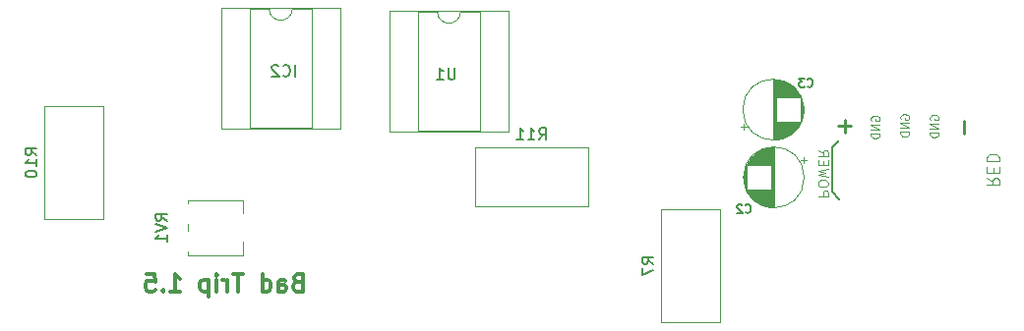
<source format=gbo>
G04 #@! TF.GenerationSoftware,KiCad,Pcbnew,5.1.6-c6e7f7d~86~ubuntu18.04.1*
G04 #@! TF.CreationDate,2020-07-10T20:36:52+01:00*
G04 #@! TF.ProjectId,acid-casualty-v2,61636964-2d63-4617-9375-616c74792d76,rev?*
G04 #@! TF.SameCoordinates,Original*
G04 #@! TF.FileFunction,Legend,Bot*
G04 #@! TF.FilePolarity,Positive*
%FSLAX46Y46*%
G04 Gerber Fmt 4.6, Leading zero omitted, Abs format (unit mm)*
G04 Created by KiCad (PCBNEW 5.1.6-c6e7f7d~86~ubuntu18.04.1) date 2020-07-10 20:36:52*
%MOMM*%
%LPD*%
G01*
G04 APERTURE LIST*
%ADD10C,0.300000*%
%ADD11C,0.120000*%
%ADD12C,0.152400*%
%ADD13C,0.150000*%
%ADD14C,0.091440*%
%ADD15C,0.228600*%
%ADD16C,0.114300*%
%ADD17C,0.071120*%
G04 APERTURE END LIST*
D10*
X135028000Y-114700857D02*
X134813714Y-114772285D01*
X134742285Y-114843714D01*
X134670857Y-114986571D01*
X134670857Y-115200857D01*
X134742285Y-115343714D01*
X134813714Y-115415142D01*
X134956571Y-115486571D01*
X135528000Y-115486571D01*
X135528000Y-113986571D01*
X135028000Y-113986571D01*
X134885142Y-114058000D01*
X134813714Y-114129428D01*
X134742285Y-114272285D01*
X134742285Y-114415142D01*
X134813714Y-114558000D01*
X134885142Y-114629428D01*
X135028000Y-114700857D01*
X135528000Y-114700857D01*
X133385142Y-115486571D02*
X133385142Y-114700857D01*
X133456571Y-114558000D01*
X133599428Y-114486571D01*
X133885142Y-114486571D01*
X134028000Y-114558000D01*
X133385142Y-115415142D02*
X133528000Y-115486571D01*
X133885142Y-115486571D01*
X134028000Y-115415142D01*
X134099428Y-115272285D01*
X134099428Y-115129428D01*
X134028000Y-114986571D01*
X133885142Y-114915142D01*
X133528000Y-114915142D01*
X133385142Y-114843714D01*
X132028000Y-115486571D02*
X132028000Y-113986571D01*
X132028000Y-115415142D02*
X132170857Y-115486571D01*
X132456571Y-115486571D01*
X132599428Y-115415142D01*
X132670857Y-115343714D01*
X132742285Y-115200857D01*
X132742285Y-114772285D01*
X132670857Y-114629428D01*
X132599428Y-114558000D01*
X132456571Y-114486571D01*
X132170857Y-114486571D01*
X132028000Y-114558000D01*
X130385142Y-113986571D02*
X129528000Y-113986571D01*
X129956571Y-115486571D02*
X129956571Y-113986571D01*
X129028000Y-115486571D02*
X129028000Y-114486571D01*
X129028000Y-114772285D02*
X128956571Y-114629428D01*
X128885142Y-114558000D01*
X128742285Y-114486571D01*
X128599428Y-114486571D01*
X128099428Y-115486571D02*
X128099428Y-114486571D01*
X128099428Y-113986571D02*
X128170857Y-114058000D01*
X128099428Y-114129428D01*
X128028000Y-114058000D01*
X128099428Y-113986571D01*
X128099428Y-114129428D01*
X127385142Y-114486571D02*
X127385142Y-115986571D01*
X127385142Y-114558000D02*
X127242285Y-114486571D01*
X126956571Y-114486571D01*
X126813714Y-114558000D01*
X126742285Y-114629428D01*
X126670857Y-114772285D01*
X126670857Y-115200857D01*
X126742285Y-115343714D01*
X126813714Y-115415142D01*
X126956571Y-115486571D01*
X127242285Y-115486571D01*
X127385142Y-115415142D01*
X124099428Y-115486571D02*
X124956571Y-115486571D01*
X124528000Y-115486571D02*
X124528000Y-113986571D01*
X124670857Y-114200857D01*
X124813714Y-114343714D01*
X124956571Y-114415142D01*
X123456571Y-115343714D02*
X123385142Y-115415142D01*
X123456571Y-115486571D01*
X123528000Y-115415142D01*
X123456571Y-115343714D01*
X123456571Y-115486571D01*
X122028000Y-113986571D02*
X122742285Y-113986571D01*
X122813714Y-114700857D01*
X122742285Y-114629428D01*
X122599428Y-114558000D01*
X122242285Y-114558000D01*
X122099428Y-114629428D01*
X122028000Y-114700857D01*
X121956571Y-114843714D01*
X121956571Y-115200857D01*
X122028000Y-115343714D01*
X122099428Y-115415142D01*
X122242285Y-115486571D01*
X122599428Y-115486571D01*
X122742285Y-115415142D01*
X122813714Y-115343714D01*
D11*
X125646000Y-112022000D02*
X125646000Y-112352000D01*
X125646000Y-107612000D02*
X125646000Y-107943000D01*
X125646000Y-109723000D02*
X125646000Y-110242000D01*
X130386000Y-107612000D02*
X130386000Y-108742000D01*
X130386000Y-111222000D02*
X130386000Y-112352000D01*
X125646000Y-107612000D02*
X130386000Y-107612000D01*
X125646000Y-112352000D02*
X130386000Y-112352000D01*
X166380000Y-108399000D02*
X166380000Y-118169000D01*
X171450000Y-108399000D02*
X171450000Y-118169000D01*
X166380000Y-108399000D02*
X171450000Y-108399000D01*
X166380000Y-118169000D02*
X171450000Y-118169000D01*
X149082000Y-91380000D02*
X150732000Y-91380000D01*
X150732000Y-91380000D02*
X150732000Y-101660000D01*
X150732000Y-101660000D02*
X145432000Y-101660000D01*
X145432000Y-101660000D02*
X145432000Y-91380000D01*
X145432000Y-91380000D02*
X147082000Y-91380000D01*
X153222000Y-91320000D02*
X153222000Y-101720000D01*
X153222000Y-101720000D02*
X142942000Y-101720000D01*
X142942000Y-101720000D02*
X142942000Y-91320000D01*
X142942000Y-91320000D02*
X153222000Y-91320000D01*
X147082000Y-91380000D02*
G75*
G03*
X149082000Y-91380000I1000000J0D01*
G01*
X134604000Y-91126000D02*
X136254000Y-91126000D01*
X136254000Y-91126000D02*
X136254000Y-101406000D01*
X136254000Y-101406000D02*
X130954000Y-101406000D01*
X130954000Y-101406000D02*
X130954000Y-91126000D01*
X130954000Y-91126000D02*
X132604000Y-91126000D01*
X138744000Y-91066000D02*
X138744000Y-101466000D01*
X138744000Y-101466000D02*
X128464000Y-101466000D01*
X128464000Y-101466000D02*
X128464000Y-91066000D01*
X128464000Y-91066000D02*
X138744000Y-91066000D01*
X132604000Y-91126000D02*
G75*
G03*
X134604000Y-91126000I1000000J0D01*
G01*
X160079000Y-103104000D02*
X150309000Y-103104000D01*
X160079000Y-108174000D02*
X150309000Y-108174000D01*
X160079000Y-103104000D02*
X160079000Y-108174000D01*
X150309000Y-103104000D02*
X150309000Y-108174000D01*
X113294000Y-99509000D02*
X113294000Y-109279000D01*
X118364000Y-99509000D02*
X118364000Y-109279000D01*
X113294000Y-99509000D02*
X118364000Y-99509000D01*
X113294000Y-109279000D02*
X118364000Y-109279000D01*
X178622000Y-99822000D02*
G75*
G03*
X178622000Y-99822000I-2620000J0D01*
G01*
X176002000Y-102402000D02*
X176002000Y-97242000D01*
X176042000Y-102402000D02*
X176042000Y-97242000D01*
X176082000Y-102401000D02*
X176082000Y-97243000D01*
X176122000Y-102400000D02*
X176122000Y-97244000D01*
X176162000Y-102398000D02*
X176162000Y-97246000D01*
X176202000Y-102395000D02*
X176202000Y-97249000D01*
X176242000Y-102391000D02*
X176242000Y-100862000D01*
X176242000Y-98782000D02*
X176242000Y-97253000D01*
X176282000Y-102387000D02*
X176282000Y-100862000D01*
X176282000Y-98782000D02*
X176282000Y-97257000D01*
X176322000Y-102383000D02*
X176322000Y-100862000D01*
X176322000Y-98782000D02*
X176322000Y-97261000D01*
X176362000Y-102378000D02*
X176362000Y-100862000D01*
X176362000Y-98782000D02*
X176362000Y-97266000D01*
X176402000Y-102372000D02*
X176402000Y-100862000D01*
X176402000Y-98782000D02*
X176402000Y-97272000D01*
X176442000Y-102365000D02*
X176442000Y-100862000D01*
X176442000Y-98782000D02*
X176442000Y-97279000D01*
X176482000Y-102358000D02*
X176482000Y-100862000D01*
X176482000Y-98782000D02*
X176482000Y-97286000D01*
X176522000Y-102350000D02*
X176522000Y-100862000D01*
X176522000Y-98782000D02*
X176522000Y-97294000D01*
X176562000Y-102342000D02*
X176562000Y-100862000D01*
X176562000Y-98782000D02*
X176562000Y-97302000D01*
X176602000Y-102333000D02*
X176602000Y-100862000D01*
X176602000Y-98782000D02*
X176602000Y-97311000D01*
X176642000Y-102323000D02*
X176642000Y-100862000D01*
X176642000Y-98782000D02*
X176642000Y-97321000D01*
X176682000Y-102313000D02*
X176682000Y-100862000D01*
X176682000Y-98782000D02*
X176682000Y-97331000D01*
X176723000Y-102302000D02*
X176723000Y-100862000D01*
X176723000Y-98782000D02*
X176723000Y-97342000D01*
X176763000Y-102290000D02*
X176763000Y-100862000D01*
X176763000Y-98782000D02*
X176763000Y-97354000D01*
X176803000Y-102277000D02*
X176803000Y-100862000D01*
X176803000Y-98782000D02*
X176803000Y-97367000D01*
X176843000Y-102264000D02*
X176843000Y-100862000D01*
X176843000Y-98782000D02*
X176843000Y-97380000D01*
X176883000Y-102250000D02*
X176883000Y-100862000D01*
X176883000Y-98782000D02*
X176883000Y-97394000D01*
X176923000Y-102236000D02*
X176923000Y-100862000D01*
X176923000Y-98782000D02*
X176923000Y-97408000D01*
X176963000Y-102220000D02*
X176963000Y-100862000D01*
X176963000Y-98782000D02*
X176963000Y-97424000D01*
X177003000Y-102204000D02*
X177003000Y-100862000D01*
X177003000Y-98782000D02*
X177003000Y-97440000D01*
X177043000Y-102187000D02*
X177043000Y-100862000D01*
X177043000Y-98782000D02*
X177043000Y-97457000D01*
X177083000Y-102170000D02*
X177083000Y-100862000D01*
X177083000Y-98782000D02*
X177083000Y-97474000D01*
X177123000Y-102151000D02*
X177123000Y-100862000D01*
X177123000Y-98782000D02*
X177123000Y-97493000D01*
X177163000Y-102132000D02*
X177163000Y-100862000D01*
X177163000Y-98782000D02*
X177163000Y-97512000D01*
X177203000Y-102112000D02*
X177203000Y-100862000D01*
X177203000Y-98782000D02*
X177203000Y-97532000D01*
X177243000Y-102090000D02*
X177243000Y-100862000D01*
X177243000Y-98782000D02*
X177243000Y-97554000D01*
X177283000Y-102069000D02*
X177283000Y-100862000D01*
X177283000Y-98782000D02*
X177283000Y-97575000D01*
X177323000Y-102046000D02*
X177323000Y-100862000D01*
X177323000Y-98782000D02*
X177323000Y-97598000D01*
X177363000Y-102022000D02*
X177363000Y-100862000D01*
X177363000Y-98782000D02*
X177363000Y-97622000D01*
X177403000Y-101997000D02*
X177403000Y-100862000D01*
X177403000Y-98782000D02*
X177403000Y-97647000D01*
X177443000Y-101971000D02*
X177443000Y-100862000D01*
X177443000Y-98782000D02*
X177443000Y-97673000D01*
X177483000Y-101944000D02*
X177483000Y-100862000D01*
X177483000Y-98782000D02*
X177483000Y-97700000D01*
X177523000Y-101917000D02*
X177523000Y-100862000D01*
X177523000Y-98782000D02*
X177523000Y-97727000D01*
X177563000Y-101887000D02*
X177563000Y-100862000D01*
X177563000Y-98782000D02*
X177563000Y-97757000D01*
X177603000Y-101857000D02*
X177603000Y-100862000D01*
X177603000Y-98782000D02*
X177603000Y-97787000D01*
X177643000Y-101826000D02*
X177643000Y-100862000D01*
X177643000Y-98782000D02*
X177643000Y-97818000D01*
X177683000Y-101793000D02*
X177683000Y-100862000D01*
X177683000Y-98782000D02*
X177683000Y-97851000D01*
X177723000Y-101759000D02*
X177723000Y-100862000D01*
X177723000Y-98782000D02*
X177723000Y-97885000D01*
X177763000Y-101723000D02*
X177763000Y-100862000D01*
X177763000Y-98782000D02*
X177763000Y-97921000D01*
X177803000Y-101686000D02*
X177803000Y-100862000D01*
X177803000Y-98782000D02*
X177803000Y-97958000D01*
X177843000Y-101648000D02*
X177843000Y-100862000D01*
X177843000Y-98782000D02*
X177843000Y-97996000D01*
X177883000Y-101607000D02*
X177883000Y-100862000D01*
X177883000Y-98782000D02*
X177883000Y-98037000D01*
X177923000Y-101565000D02*
X177923000Y-100862000D01*
X177923000Y-98782000D02*
X177923000Y-98079000D01*
X177963000Y-101521000D02*
X177963000Y-100862000D01*
X177963000Y-98782000D02*
X177963000Y-98123000D01*
X178003000Y-101475000D02*
X178003000Y-100862000D01*
X178003000Y-98782000D02*
X178003000Y-98169000D01*
X178043000Y-101427000D02*
X178043000Y-100862000D01*
X178043000Y-98782000D02*
X178043000Y-98217000D01*
X178083000Y-101376000D02*
X178083000Y-100862000D01*
X178083000Y-98782000D02*
X178083000Y-98268000D01*
X178123000Y-101322000D02*
X178123000Y-100862000D01*
X178123000Y-98782000D02*
X178123000Y-98322000D01*
X178163000Y-101265000D02*
X178163000Y-100862000D01*
X178163000Y-98782000D02*
X178163000Y-98379000D01*
X178203000Y-101205000D02*
X178203000Y-100862000D01*
X178203000Y-98782000D02*
X178203000Y-98439000D01*
X178243000Y-101141000D02*
X178243000Y-100862000D01*
X178243000Y-98782000D02*
X178243000Y-98503000D01*
X178283000Y-101073000D02*
X178283000Y-100862000D01*
X178283000Y-98782000D02*
X178283000Y-98571000D01*
X178323000Y-101000000D02*
X178323000Y-98644000D01*
X178363000Y-100920000D02*
X178363000Y-98724000D01*
X178403000Y-100833000D02*
X178403000Y-98811000D01*
X178443000Y-100737000D02*
X178443000Y-98907000D01*
X178483000Y-100627000D02*
X178483000Y-99017000D01*
X178523000Y-100499000D02*
X178523000Y-99145000D01*
X178563000Y-100340000D02*
X178563000Y-99304000D01*
X178603000Y-100106000D02*
X178603000Y-99538000D01*
X173197225Y-101297000D02*
X173697225Y-101297000D01*
X173447225Y-101547000D02*
X173447225Y-101047000D01*
X178662000Y-105664000D02*
G75*
G03*
X178662000Y-105664000I-2620000J0D01*
G01*
X176042000Y-103084000D02*
X176042000Y-108244000D01*
X176002000Y-103084000D02*
X176002000Y-108244000D01*
X175962000Y-103085000D02*
X175962000Y-108243000D01*
X175922000Y-103086000D02*
X175922000Y-108242000D01*
X175882000Y-103088000D02*
X175882000Y-108240000D01*
X175842000Y-103091000D02*
X175842000Y-108237000D01*
X175802000Y-103095000D02*
X175802000Y-104624000D01*
X175802000Y-106704000D02*
X175802000Y-108233000D01*
X175762000Y-103099000D02*
X175762000Y-104624000D01*
X175762000Y-106704000D02*
X175762000Y-108229000D01*
X175722000Y-103103000D02*
X175722000Y-104624000D01*
X175722000Y-106704000D02*
X175722000Y-108225000D01*
X175682000Y-103108000D02*
X175682000Y-104624000D01*
X175682000Y-106704000D02*
X175682000Y-108220000D01*
X175642000Y-103114000D02*
X175642000Y-104624000D01*
X175642000Y-106704000D02*
X175642000Y-108214000D01*
X175602000Y-103121000D02*
X175602000Y-104624000D01*
X175602000Y-106704000D02*
X175602000Y-108207000D01*
X175562000Y-103128000D02*
X175562000Y-104624000D01*
X175562000Y-106704000D02*
X175562000Y-108200000D01*
X175522000Y-103136000D02*
X175522000Y-104624000D01*
X175522000Y-106704000D02*
X175522000Y-108192000D01*
X175482000Y-103144000D02*
X175482000Y-104624000D01*
X175482000Y-106704000D02*
X175482000Y-108184000D01*
X175442000Y-103153000D02*
X175442000Y-104624000D01*
X175442000Y-106704000D02*
X175442000Y-108175000D01*
X175402000Y-103163000D02*
X175402000Y-104624000D01*
X175402000Y-106704000D02*
X175402000Y-108165000D01*
X175362000Y-103173000D02*
X175362000Y-104624000D01*
X175362000Y-106704000D02*
X175362000Y-108155000D01*
X175321000Y-103184000D02*
X175321000Y-104624000D01*
X175321000Y-106704000D02*
X175321000Y-108144000D01*
X175281000Y-103196000D02*
X175281000Y-104624000D01*
X175281000Y-106704000D02*
X175281000Y-108132000D01*
X175241000Y-103209000D02*
X175241000Y-104624000D01*
X175241000Y-106704000D02*
X175241000Y-108119000D01*
X175201000Y-103222000D02*
X175201000Y-104624000D01*
X175201000Y-106704000D02*
X175201000Y-108106000D01*
X175161000Y-103236000D02*
X175161000Y-104624000D01*
X175161000Y-106704000D02*
X175161000Y-108092000D01*
X175121000Y-103250000D02*
X175121000Y-104624000D01*
X175121000Y-106704000D02*
X175121000Y-108078000D01*
X175081000Y-103266000D02*
X175081000Y-104624000D01*
X175081000Y-106704000D02*
X175081000Y-108062000D01*
X175041000Y-103282000D02*
X175041000Y-104624000D01*
X175041000Y-106704000D02*
X175041000Y-108046000D01*
X175001000Y-103299000D02*
X175001000Y-104624000D01*
X175001000Y-106704000D02*
X175001000Y-108029000D01*
X174961000Y-103316000D02*
X174961000Y-104624000D01*
X174961000Y-106704000D02*
X174961000Y-108012000D01*
X174921000Y-103335000D02*
X174921000Y-104624000D01*
X174921000Y-106704000D02*
X174921000Y-107993000D01*
X174881000Y-103354000D02*
X174881000Y-104624000D01*
X174881000Y-106704000D02*
X174881000Y-107974000D01*
X174841000Y-103374000D02*
X174841000Y-104624000D01*
X174841000Y-106704000D02*
X174841000Y-107954000D01*
X174801000Y-103396000D02*
X174801000Y-104624000D01*
X174801000Y-106704000D02*
X174801000Y-107932000D01*
X174761000Y-103417000D02*
X174761000Y-104624000D01*
X174761000Y-106704000D02*
X174761000Y-107911000D01*
X174721000Y-103440000D02*
X174721000Y-104624000D01*
X174721000Y-106704000D02*
X174721000Y-107888000D01*
X174681000Y-103464000D02*
X174681000Y-104624000D01*
X174681000Y-106704000D02*
X174681000Y-107864000D01*
X174641000Y-103489000D02*
X174641000Y-104624000D01*
X174641000Y-106704000D02*
X174641000Y-107839000D01*
X174601000Y-103515000D02*
X174601000Y-104624000D01*
X174601000Y-106704000D02*
X174601000Y-107813000D01*
X174561000Y-103542000D02*
X174561000Y-104624000D01*
X174561000Y-106704000D02*
X174561000Y-107786000D01*
X174521000Y-103569000D02*
X174521000Y-104624000D01*
X174521000Y-106704000D02*
X174521000Y-107759000D01*
X174481000Y-103599000D02*
X174481000Y-104624000D01*
X174481000Y-106704000D02*
X174481000Y-107729000D01*
X174441000Y-103629000D02*
X174441000Y-104624000D01*
X174441000Y-106704000D02*
X174441000Y-107699000D01*
X174401000Y-103660000D02*
X174401000Y-104624000D01*
X174401000Y-106704000D02*
X174401000Y-107668000D01*
X174361000Y-103693000D02*
X174361000Y-104624000D01*
X174361000Y-106704000D02*
X174361000Y-107635000D01*
X174321000Y-103727000D02*
X174321000Y-104624000D01*
X174321000Y-106704000D02*
X174321000Y-107601000D01*
X174281000Y-103763000D02*
X174281000Y-104624000D01*
X174281000Y-106704000D02*
X174281000Y-107565000D01*
X174241000Y-103800000D02*
X174241000Y-104624000D01*
X174241000Y-106704000D02*
X174241000Y-107528000D01*
X174201000Y-103838000D02*
X174201000Y-104624000D01*
X174201000Y-106704000D02*
X174201000Y-107490000D01*
X174161000Y-103879000D02*
X174161000Y-104624000D01*
X174161000Y-106704000D02*
X174161000Y-107449000D01*
X174121000Y-103921000D02*
X174121000Y-104624000D01*
X174121000Y-106704000D02*
X174121000Y-107407000D01*
X174081000Y-103965000D02*
X174081000Y-104624000D01*
X174081000Y-106704000D02*
X174081000Y-107363000D01*
X174041000Y-104011000D02*
X174041000Y-104624000D01*
X174041000Y-106704000D02*
X174041000Y-107317000D01*
X174001000Y-104059000D02*
X174001000Y-104624000D01*
X174001000Y-106704000D02*
X174001000Y-107269000D01*
X173961000Y-104110000D02*
X173961000Y-104624000D01*
X173961000Y-106704000D02*
X173961000Y-107218000D01*
X173921000Y-104164000D02*
X173921000Y-104624000D01*
X173921000Y-106704000D02*
X173921000Y-107164000D01*
X173881000Y-104221000D02*
X173881000Y-104624000D01*
X173881000Y-106704000D02*
X173881000Y-107107000D01*
X173841000Y-104281000D02*
X173841000Y-104624000D01*
X173841000Y-106704000D02*
X173841000Y-107047000D01*
X173801000Y-104345000D02*
X173801000Y-104624000D01*
X173801000Y-106704000D02*
X173801000Y-106983000D01*
X173761000Y-104413000D02*
X173761000Y-104624000D01*
X173761000Y-106704000D02*
X173761000Y-106915000D01*
X173721000Y-104486000D02*
X173721000Y-106842000D01*
X173681000Y-104566000D02*
X173681000Y-106762000D01*
X173641000Y-104653000D02*
X173641000Y-106675000D01*
X173601000Y-104749000D02*
X173601000Y-106579000D01*
X173561000Y-104859000D02*
X173561000Y-106469000D01*
X173521000Y-104987000D02*
X173521000Y-106341000D01*
X173481000Y-105146000D02*
X173481000Y-106182000D01*
X173441000Y-105380000D02*
X173441000Y-105948000D01*
X178846775Y-104189000D02*
X178346775Y-104189000D01*
X178596775Y-103939000D02*
X178596775Y-104439000D01*
D12*
X181051000Y-103094000D02*
X181051000Y-106904000D01*
X181686000Y-102459000D02*
X181051000Y-103094000D01*
X181051000Y-106904000D02*
X181686000Y-107539000D01*
D13*
X123818380Y-109386761D02*
X123342190Y-109053428D01*
X123818380Y-108815333D02*
X122818380Y-108815333D01*
X122818380Y-109196285D01*
X122866000Y-109291523D01*
X122913619Y-109339142D01*
X123008857Y-109386761D01*
X123151714Y-109386761D01*
X123246952Y-109339142D01*
X123294571Y-109291523D01*
X123342190Y-109196285D01*
X123342190Y-108815333D01*
X122818380Y-109672476D02*
X123818380Y-110005809D01*
X122818380Y-110339142D01*
X123818380Y-111196285D02*
X123818380Y-110624857D01*
X123818380Y-110910571D02*
X122818380Y-110910571D01*
X122961238Y-110815333D01*
X123056476Y-110720095D01*
X123104095Y-110624857D01*
X165702380Y-113117333D02*
X165226190Y-112784000D01*
X165702380Y-112545904D02*
X164702380Y-112545904D01*
X164702380Y-112926857D01*
X164750000Y-113022095D01*
X164797619Y-113069714D01*
X164892857Y-113117333D01*
X165035714Y-113117333D01*
X165130952Y-113069714D01*
X165178571Y-113022095D01*
X165226190Y-112926857D01*
X165226190Y-112545904D01*
X164702380Y-113450666D02*
X164702380Y-114117333D01*
X165702380Y-113688761D01*
X148589904Y-96226380D02*
X148589904Y-97035904D01*
X148542285Y-97131142D01*
X148494666Y-97178761D01*
X148399428Y-97226380D01*
X148208952Y-97226380D01*
X148113714Y-97178761D01*
X148066095Y-97131142D01*
X148018476Y-97035904D01*
X148018476Y-96226380D01*
X147018476Y-97226380D02*
X147589904Y-97226380D01*
X147304190Y-97226380D02*
X147304190Y-96226380D01*
X147399428Y-96369238D01*
X147494666Y-96464476D01*
X147589904Y-96512095D01*
X134834190Y-96972380D02*
X134834190Y-95972380D01*
X133786571Y-96877142D02*
X133834190Y-96924761D01*
X133977047Y-96972380D01*
X134072285Y-96972380D01*
X134215142Y-96924761D01*
X134310380Y-96829523D01*
X134358000Y-96734285D01*
X134405619Y-96543809D01*
X134405619Y-96400952D01*
X134358000Y-96210476D01*
X134310380Y-96115238D01*
X134215142Y-96020000D01*
X134072285Y-95972380D01*
X133977047Y-95972380D01*
X133834190Y-96020000D01*
X133786571Y-96067619D01*
X133405619Y-96067619D02*
X133358000Y-96020000D01*
X133262761Y-95972380D01*
X133024666Y-95972380D01*
X132929428Y-96020000D01*
X132881809Y-96067619D01*
X132834190Y-96162857D01*
X132834190Y-96258095D01*
X132881809Y-96400952D01*
X133453238Y-96972380D01*
X132834190Y-96972380D01*
X155836857Y-102426380D02*
X156170190Y-101950190D01*
X156408285Y-102426380D02*
X156408285Y-101426380D01*
X156027333Y-101426380D01*
X155932095Y-101474000D01*
X155884476Y-101521619D01*
X155836857Y-101616857D01*
X155836857Y-101759714D01*
X155884476Y-101854952D01*
X155932095Y-101902571D01*
X156027333Y-101950190D01*
X156408285Y-101950190D01*
X154884476Y-102426380D02*
X155455904Y-102426380D01*
X155170190Y-102426380D02*
X155170190Y-101426380D01*
X155265428Y-101569238D01*
X155360666Y-101664476D01*
X155455904Y-101712095D01*
X153932095Y-102426380D02*
X154503523Y-102426380D01*
X154217809Y-102426380D02*
X154217809Y-101426380D01*
X154313047Y-101569238D01*
X154408285Y-101664476D01*
X154503523Y-101712095D01*
X112616380Y-103751142D02*
X112140190Y-103417809D01*
X112616380Y-103179714D02*
X111616380Y-103179714D01*
X111616380Y-103560666D01*
X111664000Y-103655904D01*
X111711619Y-103703523D01*
X111806857Y-103751142D01*
X111949714Y-103751142D01*
X112044952Y-103703523D01*
X112092571Y-103655904D01*
X112140190Y-103560666D01*
X112140190Y-103179714D01*
X112616380Y-104703523D02*
X112616380Y-104132095D01*
X112616380Y-104417809D02*
X111616380Y-104417809D01*
X111759238Y-104322571D01*
X111854476Y-104227333D01*
X111902095Y-104132095D01*
X111616380Y-105322571D02*
X111616380Y-105417809D01*
X111664000Y-105513047D01*
X111711619Y-105560666D01*
X111806857Y-105608285D01*
X111997333Y-105655904D01*
X112235428Y-105655904D01*
X112425904Y-105608285D01*
X112521142Y-105560666D01*
X112568761Y-105513047D01*
X112616380Y-105417809D01*
X112616380Y-105322571D01*
X112568761Y-105227333D01*
X112521142Y-105179714D01*
X112425904Y-105132095D01*
X112235428Y-105084476D01*
X111997333Y-105084476D01*
X111806857Y-105132095D01*
X111711619Y-105179714D01*
X111664000Y-105227333D01*
X111616380Y-105322571D01*
X178941000Y-97803857D02*
X178976714Y-97839571D01*
X179083857Y-97875285D01*
X179155285Y-97875285D01*
X179262428Y-97839571D01*
X179333857Y-97768142D01*
X179369571Y-97696714D01*
X179405285Y-97553857D01*
X179405285Y-97446714D01*
X179369571Y-97303857D01*
X179333857Y-97232428D01*
X179262428Y-97161000D01*
X179155285Y-97125285D01*
X179083857Y-97125285D01*
X178976714Y-97161000D01*
X178941000Y-97196714D01*
X178691000Y-97125285D02*
X178226714Y-97125285D01*
X178476714Y-97411000D01*
X178369571Y-97411000D01*
X178298142Y-97446714D01*
X178262428Y-97482428D01*
X178226714Y-97553857D01*
X178226714Y-97732428D01*
X178262428Y-97803857D01*
X178298142Y-97839571D01*
X178369571Y-97875285D01*
X178583857Y-97875285D01*
X178655285Y-97839571D01*
X178691000Y-97803857D01*
X173607000Y-108671857D02*
X173642714Y-108707571D01*
X173749857Y-108743285D01*
X173821285Y-108743285D01*
X173928428Y-108707571D01*
X173999857Y-108636142D01*
X174035571Y-108564714D01*
X174071285Y-108421857D01*
X174071285Y-108314714D01*
X174035571Y-108171857D01*
X173999857Y-108100428D01*
X173928428Y-108029000D01*
X173821285Y-107993285D01*
X173749857Y-107993285D01*
X173642714Y-108029000D01*
X173607000Y-108064714D01*
X173321285Y-108064714D02*
X173285571Y-108029000D01*
X173214142Y-107993285D01*
X173035571Y-107993285D01*
X172964142Y-108029000D01*
X172928428Y-108064714D01*
X172892714Y-108136142D01*
X172892714Y-108207571D01*
X172928428Y-108314714D01*
X173357000Y-108743285D01*
X172892714Y-108743285D01*
D14*
X194361707Y-105712550D02*
X194878778Y-106074500D01*
X194361707Y-106333036D02*
X195447557Y-106333036D01*
X195447557Y-105919378D01*
X195395850Y-105815964D01*
X195344142Y-105764257D01*
X195240728Y-105712550D01*
X195085607Y-105712550D01*
X194982192Y-105764257D01*
X194930485Y-105815964D01*
X194878778Y-105919378D01*
X194878778Y-106333036D01*
X194930485Y-105247186D02*
X194930485Y-104885236D01*
X194361707Y-104730114D02*
X194361707Y-105247186D01*
X195447557Y-105247186D01*
X195447557Y-104730114D01*
X194361707Y-104264750D02*
X195447557Y-104264750D01*
X195447557Y-104006214D01*
X195395850Y-103851093D01*
X195292435Y-103747678D01*
X195189021Y-103695971D01*
X194982192Y-103644264D01*
X194827071Y-103644264D01*
X194620242Y-103695971D01*
X194516828Y-103747678D01*
X194413414Y-103851093D01*
X194361707Y-104006214D01*
X194361707Y-104264750D01*
D15*
X192419514Y-100765610D02*
X192419514Y-101868695D01*
X182698390Y-101233514D02*
X181595304Y-101233514D01*
X182146847Y-101785057D02*
X182146847Y-100681971D01*
D16*
X184442100Y-100757358D02*
X184407628Y-100688415D01*
X184407628Y-100585001D01*
X184442100Y-100481587D01*
X184511042Y-100412644D01*
X184579985Y-100378172D01*
X184717871Y-100343701D01*
X184821285Y-100343701D01*
X184959171Y-100378172D01*
X185028114Y-100412644D01*
X185097057Y-100481587D01*
X185131528Y-100585001D01*
X185131528Y-100653944D01*
X185097057Y-100757358D01*
X185062585Y-100791829D01*
X184821285Y-100791829D01*
X184821285Y-100653944D01*
X185131528Y-101102072D02*
X184407628Y-101102072D01*
X185131528Y-101515729D01*
X184407628Y-101515729D01*
X185131528Y-101860444D02*
X184407628Y-101860444D01*
X184407628Y-102032801D01*
X184442100Y-102136215D01*
X184511042Y-102205158D01*
X184579985Y-102239629D01*
X184717871Y-102274101D01*
X184821285Y-102274101D01*
X184959171Y-102239629D01*
X185028114Y-102205158D01*
X185097057Y-102136215D01*
X185131528Y-102032801D01*
X185131528Y-101860444D01*
X186982100Y-100633076D02*
X186947628Y-100564133D01*
X186947628Y-100460719D01*
X186982100Y-100357305D01*
X187051042Y-100288362D01*
X187119985Y-100253890D01*
X187257871Y-100219419D01*
X187361285Y-100219419D01*
X187499171Y-100253890D01*
X187568114Y-100288362D01*
X187637057Y-100357305D01*
X187671528Y-100460719D01*
X187671528Y-100529662D01*
X187637057Y-100633076D01*
X187602585Y-100667547D01*
X187361285Y-100667547D01*
X187361285Y-100529662D01*
X187671528Y-100977790D02*
X186947628Y-100977790D01*
X187671528Y-101391447D01*
X186947628Y-101391447D01*
X187671528Y-101736162D02*
X186947628Y-101736162D01*
X186947628Y-101908519D01*
X186982100Y-102011933D01*
X187051042Y-102080876D01*
X187119985Y-102115347D01*
X187257871Y-102149819D01*
X187361285Y-102149819D01*
X187499171Y-102115347D01*
X187568114Y-102080876D01*
X187637057Y-102011933D01*
X187671528Y-101908519D01*
X187671528Y-101736162D01*
X189522100Y-100702792D02*
X189487628Y-100633849D01*
X189487628Y-100530435D01*
X189522100Y-100427021D01*
X189591042Y-100358078D01*
X189659985Y-100323606D01*
X189797871Y-100289135D01*
X189901285Y-100289135D01*
X190039171Y-100323606D01*
X190108114Y-100358078D01*
X190177057Y-100427021D01*
X190211528Y-100530435D01*
X190211528Y-100599378D01*
X190177057Y-100702792D01*
X190142585Y-100737263D01*
X189901285Y-100737263D01*
X189901285Y-100599378D01*
X190211528Y-101047506D02*
X189487628Y-101047506D01*
X190211528Y-101461163D01*
X189487628Y-101461163D01*
X190211528Y-101805878D02*
X189487628Y-101805878D01*
X189487628Y-101978235D01*
X189522100Y-102081649D01*
X189591042Y-102150592D01*
X189659985Y-102185063D01*
X189797871Y-102219535D01*
X189901285Y-102219535D01*
X190039171Y-102185063D01*
X190108114Y-102150592D01*
X190177057Y-102081649D01*
X190211528Y-101978235D01*
X190211528Y-101805878D01*
D17*
X179872216Y-107272328D02*
X180716766Y-107272328D01*
X180716766Y-106950594D01*
X180676550Y-106870161D01*
X180636333Y-106829944D01*
X180555900Y-106789728D01*
X180435250Y-106789728D01*
X180354816Y-106829944D01*
X180314600Y-106870161D01*
X180274383Y-106950594D01*
X180274383Y-107272328D01*
X180716766Y-106266911D02*
X180716766Y-106106044D01*
X180676550Y-106025611D01*
X180596116Y-105945178D01*
X180435250Y-105904961D01*
X180153733Y-105904961D01*
X179992866Y-105945178D01*
X179912433Y-106025611D01*
X179872216Y-106106044D01*
X179872216Y-106266911D01*
X179912433Y-106347344D01*
X179992866Y-106427778D01*
X180153733Y-106467994D01*
X180435250Y-106467994D01*
X180596116Y-106427778D01*
X180676550Y-106347344D01*
X180716766Y-106266911D01*
X180716766Y-105623444D02*
X179872216Y-105422361D01*
X180475466Y-105261494D01*
X179872216Y-105100628D01*
X180716766Y-104899544D01*
X180314600Y-104577811D02*
X180314600Y-104296294D01*
X179872216Y-104175644D02*
X179872216Y-104577811D01*
X180716766Y-104577811D01*
X180716766Y-104175644D01*
X179872216Y-103331094D02*
X180274383Y-103612611D01*
X179872216Y-103813694D02*
X180716766Y-103813694D01*
X180716766Y-103491961D01*
X180676550Y-103411528D01*
X180636333Y-103371311D01*
X180555900Y-103331094D01*
X180435250Y-103331094D01*
X180354816Y-103371311D01*
X180314600Y-103411528D01*
X180274383Y-103491961D01*
X180274383Y-103813694D01*
M02*

</source>
